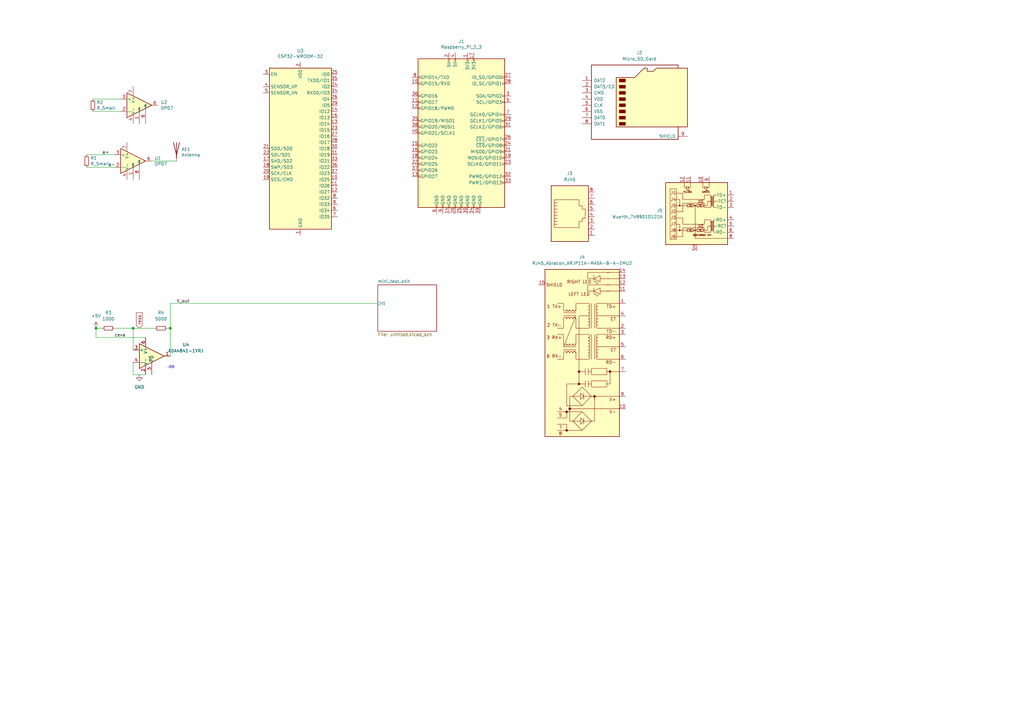
<source format=kicad_sch>
(kicad_sch (version 20211123) (generator eeschema)
  (paper "A3")
  (lib_symbols
    (symbol "Amplifier_Operational:ADA4841-1YRJ" (pin_names (offset 0.127))
      (property "Reference" "U" (at 3.81 3.81 0))
      (property "Value" "ADA4841-1YRJ" (at 8.89 -3.81 0))
      (symbol "ADA4841-1YRJ_1_1"
        (polyline (pts (xy -5.08 5.08) (xy 5.08 0) (xy -5.08 -5.08) (xy -5.08 5.08)) (stroke (width 0.254)) (fill (type background)))
        (pin output line (at 7.62 0 180) (length 2.54) (name "~") (number "1"))
        (pin power_in line (at -2.54 -7.62 90) (length 3.81) (name "V-") (number "2"))
        (pin input line (at -7.62 2.54 0) (length 2.54) (name "+") (number "3"))
        (pin input line (at -7.62 -2.54 0) (length 2.54) (name "-") (number "4"))
        (pin input line (at 0 -7.62 90) (length 5.08) (name "~{PD}") (number "5"))
        (pin power_in line (at -2.54 7.62 270) (length 3.81) (name "V+") (number "6"))
      )
    )
    (symbol "Amplifier_Operational:OP07" (pin_names (offset 0.127))
      (property "Reference" "U" (at 1.27 6.35 0))
      (property "Value" "OP07" (at 1.27 3.81 0))
      (symbol "OP07_0_1"
        (polyline (pts (xy -5.08 5.08) (xy 5.08 0) (xy -5.08 -5.08) (xy -5.08 5.08)) (stroke (width 0.254)) (fill (type background)))
      )
      (symbol "OP07_1_1"
        (pin input line (at 0 -7.62 90) (length 5.08) (name "VOS") (number "1"))
        (pin input line (at -7.62 -2.54 0) (length 2.54) (name "-") (number "2"))
        (pin input line (at -7.62 2.54 0) (length 2.54) (name "+") (number "3"))
        (pin power_in line (at -2.54 -7.62 90) (length 3.81) (name "V-") (number "4"))
        (pin no_connect line (at 0 2.54 270) (length 2.54) hide (name "NC") (number "5"))
        (pin output line (at 7.62 0 180) (length 2.54) (name "~") (number "6"))
        (pin power_in line (at -2.54 7.62 270) (length 3.81) (name "V+") (number "7"))
        (pin input line (at 2.54 -7.62 90) (length 6.35) (name "VOS") (number "8"))
      )
    )
    (symbol "Connector:Micro_SD_Card" (pin_names (offset 1.016))
      (property "Reference" "J" (at -16.51 15.24 0))
      (property "Value" "Micro_SD_Card" (at 16.51 15.24 0))
      (symbol "Micro_SD_Card_0_1"
        (rectangle (start -7.62 -9.525) (end -5.08 -10.795) (fill (type outline)))
        (rectangle (start -7.62 -6.985) (end -5.08 -8.255) (fill (type outline)))
        (rectangle (start -7.62 -4.445) (end -5.08 -5.715) (fill (type outline)))
        (rectangle (start -7.62 -1.905) (end -5.08 -3.175) (fill (type outline)))
        (rectangle (start -7.62 0.635) (end -5.08 -0.635) (fill (type outline)))
        (rectangle (start -7.62 3.175) (end -5.08 1.905) (fill (type outline)))
        (rectangle (start -7.62 5.715) (end -5.08 4.445) (fill (type outline)))
        (rectangle (start -7.62 8.255) (end -5.08 6.985) (fill (type outline)))
        (polyline (pts (xy 16.51 12.7) (xy 16.51 13.97) (xy -19.05 13.97) (xy -19.05 -16.51) (xy 16.51 -16.51) (xy 16.51 -11.43)) (stroke (width 0.254)))
        (polyline (pts (xy -8.89 -11.43) (xy -8.89 8.89) (xy -1.27 8.89) (xy 2.54 12.7) (xy 3.81 12.7) (xy 3.81 11.43) (xy 6.35 11.43) (xy 7.62 12.7) (xy 20.32 12.7) (xy 20.32 -11.43) (xy -8.89 -11.43)) (stroke (width 0.254)) (fill (type background)))
      )
      (symbol "Micro_SD_Card_1_1"
        (pin bidirectional line (at -22.86 7.62 0) (length 3.81) (name "DAT2") (number "1"))
        (pin bidirectional line (at -22.86 5.08 0) (length 3.81) (name "DAT3/CD") (number "2"))
        (pin input line (at -22.86 2.54 0) (length 3.81) (name "CMD") (number "3"))
        (pin power_in line (at -22.86 0 0) (length 3.81) (name "VDD") (number "4"))
        (pin input line (at -22.86 -2.54 0) (length 3.81) (name "CLK") (number "5"))
        (pin power_in line (at -22.86 -5.08 0) (length 3.81) (name "VSS") (number "6"))
        (pin bidirectional line (at -22.86 -7.62 0) (length 3.81) (name "DAT0") (number "7"))
        (pin bidirectional line (at -22.86 -10.16 0) (length 3.81) (name "DAT1") (number "8"))
        (pin passive line (at 20.32 -15.24 180) (length 3.81) (name "SHIELD") (number "9"))
      )
    )
    (symbol "Connector:RJ45" (pin_names (offset 1.016))
      (property "Reference" "J" (at -5.08 13.97 0))
      (property "Value" "RJ45" (at 2.54 13.97 0))
      (symbol "RJ45_0_1"
        (polyline (pts (xy -5.08 4.445) (xy -6.35 4.445)))
        (polyline (pts (xy -5.08 5.715) (xy -6.35 5.715)))
        (polyline (pts (xy -6.35 -3.175) (xy -5.08 -3.175) (xy -5.08 -3.175)))
        (polyline (pts (xy -6.35 -1.905) (xy -5.08 -1.905) (xy -5.08 -1.905)))
        (polyline (pts (xy -6.35 -0.635) (xy -5.08 -0.635) (xy -5.08 -0.635)))
        (polyline (pts (xy -6.35 0.635) (xy -5.08 0.635) (xy -5.08 0.635)))
        (polyline (pts (xy -6.35 1.905) (xy -5.08 1.905) (xy -5.08 1.905)))
        (polyline (pts (xy -5.08 3.175) (xy -6.35 3.175) (xy -6.35 3.175)))
        (polyline (pts (xy -6.35 -4.445) (xy -6.35 6.985) (xy 3.81 6.985) (xy 3.81 4.445) (xy 5.08 4.445) (xy 5.08 3.175) (xy 6.35 3.175) (xy 6.35 -0.635) (xy 5.08 -0.635) (xy 5.08 -1.905) (xy 3.81 -1.905) (xy 3.81 -4.445) (xy -6.35 -4.445) (xy -6.35 -4.445)))
        (rectangle (start 7.62 12.7) (end -7.62 -10.16) (stroke (width 0.254)) (fill (type background)))
      )
      (symbol "RJ45_1_1"
        (pin passive line (at 10.16 -7.62 180) (length 2.54) (name "~") (number "1"))
        (pin passive line (at 10.16 -5.08 180) (length 2.54) (name "~") (number "2"))
        (pin passive line (at 10.16 -2.54 180) (length 2.54) (name "~") (number "3"))
        (pin passive line (at 10.16 0 180) (length 2.54) (name "~") (number "4"))
        (pin passive line (at 10.16 2.54 180) (length 2.54) (name "~") (number "5"))
        (pin passive line (at 10.16 5.08 180) (length 2.54) (name "~") (number "6"))
        (pin passive line (at 10.16 7.62 180) (length 2.54) (name "~") (number "7"))
        (pin passive line (at 10.16 10.16 180) (length 2.54) (name "~") (number "8"))
      )
    )
    (symbol "Connector:RJ45_Abracon_ARJP11A-MASA-B-A-EMU2" (pin_names (offset 1.016) hide)
      (property "Reference" "J" (at 0 -38.1 0))
      (property "Value" "RJ45_Abracon_ARJP11A-MASA-B-A-EMU2" (at 0 -35.56 0))
      (symbol "RJ45_Abracon_ARJP11A-MASA-B-A-EMU2_0_0"
        (rectangle (start -15.24 -34.29) (end 15.24 34.29) (stroke (width 0.254)) (fill (type background)))
        (rectangle (start -3.81 8.89) (end -10.16 6.35))
        (polyline (pts (xy -15.24 -33.02) (xy -10.16 -33.02)))
        (polyline (pts (xy -15.24 -30.48) (xy -10.16 -30.48)))
        (polyline (pts (xy -15.24 -27.94) (xy -10.16 -27.94)))
        (polyline (pts (xy -15.24 -25.4) (xy -10.16 -25.4)))
        (polyline (pts (xy -15.24 -20.32) (xy -10.16 -20.32)))
        (polyline (pts (xy -15.24 -15.24) (xy -10.16 -15.24)))
        (polyline (pts (xy -15.24 -10.16) (xy -10.16 -10.16)))
        (polyline (pts (xy -15.24 -7.62) (xy -10.16 -7.62)))
        (polyline (pts (xy -15.24 -2.54) (xy -10.16 -2.54)))
        (polyline (pts (xy -15.24 2.54) (xy -10.16 2.54)))
        (polyline (pts (xy -15.24 22.86) (xy 5.08 22.86)))
        (polyline (pts (xy -11.43 7.62) (xy -15.24 7.62)))
        (polyline (pts (xy -11.176 -25.4) (xy -7.366 -25.4)))
        (polyline (pts (xy -10.16 7.62) (xy -11.43 7.62)))
        (polyline (pts (xy -5.08 17.78) (xy -15.24 17.78)))
        (polyline (pts (xy -5.08 17.78) (xy -3.81 17.78)))
        (polyline (pts (xy -5.08 19.05) (xy -5.08 17.78)))
        (polyline (pts (xy -3.81 7.62) (xy -2.54 7.62)))
        (polyline (pts (xy -3.81 12.7) (xy -2.54 12.7)))
        (polyline (pts (xy -2.54 8.89) (xy -2.54 6.35)))
        (polyline (pts (xy -1.27 8.89) (xy -1.27 6.35)))
        (polyline (pts (xy -1.27 13.97) (xy -1.27 11.43)))
        (polyline (pts (xy 0 21.59) (xy 6.35 21.59)))
        (polyline (pts (xy 0 24.13) (xy 10.16 24.13)))
        (polyline (pts (xy 0 31.75) (xy 10.16 31.75)))
        (polyline (pts (xy 1.27 10.16) (xy 1.27 12.7)))
        (polyline (pts (xy -10.16 12.7) (xy -11.43 12.7) (xy -11.43 7.62)))
        (polyline (pts (xy -3.81 27.94) (xy -5.08 27.94) (xy -5.08 17.78)))
        (polyline (pts (xy -1.27 12.7) (xy 0 12.7) (xy 1.27 12.7)))
        (polyline (pts (xy 1.27 12.7) (xy 6.35 12.7) (xy 6.35 21.59)))
        (polyline (pts (xy 6.35 24.13) (xy 6.35 26.67) (xy 10.16 26.67)))
        (polyline (pts (xy 6.35 31.75) (xy 6.35 29.21) (xy 10.16 29.21)))
        (polyline (pts (xy -4.826 -25.4) (xy -2.286 -25.4) (xy -2.286 -27.94) (xy -11.176 -27.94)))
        (polyline (pts (xy -2.54 -15.24) (xy -1.27 -15.24) (xy 1.27 -15.24) (xy 1.27 10.16)))
        (polyline (pts (xy 3.81 17.78) (xy 5.08 17.78) (xy 5.08 27.94) (xy 3.81 27.94)))
        (polyline (pts (xy -3.81 17.78) (xy 0 13.97) (xy 3.81 17.78) (xy 0 21.59) (xy -3.81 17.78)))
        (circle (center 1.27 7.62) (radius 0.0001) (stroke (width 0.508)))
        (text "1 TX+" (at 11.43 -19.05 0) (effects (font (size 1.27 1.27))))
        (text "2 TX-" (at 11.43 -11.43 0) (effects (font (size 1.27 1.27))))
        (text "3 RX+" (at 11.43 -6.35 0) (effects (font (size 1.27 1.27))))
        (text "4" (at 8.89 22.86 0) (effects (font (size 1.27 1.27))))
        (text "5" (at 8.89 25.4 0) (effects (font (size 1.27 1.27))))
        (text "6 RX-" (at 11.43 1.27 0) (effects (font (size 1.27 1.27))))
        (text "7" (at 8.89 30.48 0) (effects (font (size 1.27 1.27))))
        (text "8" (at 8.89 33.02 0) (effects (font (size 1.27 1.27))))
        (text "CT" (at -13.97 -1.27 0) (effects (font (size 1.27 1.27)) (justify left)))
        (text "LEFT LED" (at 1.27 -24.13 0) (effects (font (size 1.27 1.27))))
        (text "RD-" (at -13.97 3.81 0) (effects (font (size 1.27 1.27)) (justify left)))
        (text "SHIELD" (at 11.43 -27.94 0) (effects (font (size 1.27 1.27))))
        (text "V+" (at -13.97 19.05 0) (effects (font (size 1.27 1.27)) (justify left)))
        (text "V-" (at -13.97 24.13 0) (effects (font (size 1.27 1.27)) (justify left)))
      )
      (symbol "RJ45_Abracon_ARJP11A-MASA-B-A-EMU2_0_1"
        (arc (start -6.35 -16.51) (mid -5.715 -15.875) (end -6.35 -15.24))
        (arc (start -6.35 -15.24) (mid -5.715 -14.605) (end -6.35 -13.97))
        (arc (start -6.35 -13.97) (mid -6.35 -16.51) (end -6.35 -13.97))
        (arc (start -6.35 -11.43) (mid -5.715 -10.795) (end -6.35 -10.16))
        (polyline (pts (xy -6.35 -20.32) (xy -10.16 -20.32)))
        (polyline (pts (xy -6.35 -15.24) (xy -10.16 -15.24)))
        (polyline (pts (xy -6.35 -10.16) (xy -10.16 -10.16)))
        (polyline (pts (xy -6.35 -7.62) (xy -10.16 -7.62)))
        (polyline (pts (xy -6.35 -2.54) (xy -10.16 -2.54)))
        (polyline (pts (xy -6.35 2.54) (xy -10.16 2.54)))
        (polyline (pts (xy -6.096 -28.448) (xy -6.35 -28.448)))
        (polyline (pts (xy -5.334 -28.956) (xy -5.588 -28.956)))
        (polyline (pts (xy -4.826 -24.13) (xy -4.826 -26.67)))
        (polyline (pts (xy -1.27 7.62) (xy 1.27 7.62)))
        (polyline (pts (xy -0.635 17.78) (xy -3.81 17.78)))
        (polyline (pts (xy -0.635 19.05) (xy -0.635 16.51)))
        (polyline (pts (xy 0.635 17.78) (xy 3.81 17.78)))
        (polyline (pts (xy -6.604 -28.956) (xy -6.096 -28.448) (xy -6.096 -28.702)))
        (polyline (pts (xy -5.842 -29.464) (xy -5.334 -28.956) (xy -5.334 -29.21)))
        (polyline (pts (xy -7.366 -24.13) (xy -7.366 -26.67) (xy -4.826 -25.4) (xy -7.366 -24.13)))
        (polyline (pts (xy 0.635 19.05) (xy 0.635 16.51) (xy -0.635 17.78) (xy 0.635 19.05)))
      )
      (symbol "RJ45_Abracon_ARJP11A-MASA-B-A-EMU2_1_1"
        (circle (center -11.43 7.62) (radius 0.0001) (stroke (width 0.508)))
        (arc (start -6.35 -20.32) (mid -5.715 -19.685) (end -6.35 -19.05))
        (arc (start -6.35 -19.05) (mid -5.715 -18.415) (end -6.35 -17.78))
        (arc (start -6.35 -17.78) (mid -6.35 -20.32) (end -6.35 -17.78))
        (arc (start -6.35 -17.78) (mid -5.715 -17.145) (end -6.35 -16.51))
        (arc (start -6.35 -13.97) (mid -5.715 -13.335) (end -6.35 -12.7))
        (arc (start -6.35 -12.7) (mid -5.715 -12.065) (end -6.35 -11.43))
        (arc (start -6.35 -7.62) (mid -5.715 -6.985) (end -6.35 -6.35))
        (arc (start -6.35 -6.35) (mid -5.715 -5.715) (end -6.35 -5.08))
        (arc (start -6.35 -5.08) (mid -6.35 -7.62) (end -6.35 -5.08))
        (arc (start -6.35 -5.08) (mid -5.715 -4.445) (end -6.35 -3.81))
        (arc (start -6.35 -3.81) (mid -6.35 -6.35) (end -6.35 -3.81))
        (arc (start -6.35 -3.81) (mid -5.715 -3.175) (end -6.35 -2.54))
        (arc (start -6.35 -2.54) (mid -5.715 -1.905) (end -6.35 -1.27))
        (arc (start -6.35 -1.27) (mid -5.715 -0.635) (end -6.35 0))
        (arc (start -6.35 0) (mid -5.715 0.635) (end -6.35 1.27))
        (arc (start -6.35 1.27) (mid -6.35 -1.27) (end -6.35 1.27))
        (arc (start -6.35 1.27) (mid -5.715 1.905) (end -6.35 2.54))
        (circle (center -5.08 17.78) (radius 0.0001) (stroke (width 0.508)))
        (rectangle (start -3.81 13.97) (end -10.16 11.43))
        (arc (start -2.54 -19.05) (mid -3.175 -19.685) (end -2.54 -20.32))
        (arc (start -2.54 -19.05) (mid -2.54 -16.51) (end -2.54 -19.05))
        (arc (start -2.54 -17.78) (mid -3.175 -18.415) (end -2.54 -19.05))
        (arc (start -2.54 -16.51) (mid -3.175 -17.145) (end -2.54 -17.78))
        (arc (start -2.54 -15.24) (mid -3.175 -15.875) (end -2.54 -16.51))
        (arc (start -2.54 -15.24) (mid -2.54 -12.7) (end -2.54 -15.24))
        (arc (start -2.54 -13.97) (mid -3.175 -14.605) (end -2.54 -15.24))
        (arc (start -2.54 -12.7) (mid -3.175 -13.335) (end -2.54 -13.97))
        (arc (start -2.54 -11.43) (mid -3.175 -12.065) (end -2.54 -12.7))
        (arc (start -2.54 -10.16) (mid -3.175 -10.795) (end -2.54 -11.43))
        (arc (start -2.54 -6.35) (mid -3.175 -6.985) (end -2.54 -7.62))
        (arc (start -2.54 -6.35) (mid -2.54 -3.81) (end -2.54 -6.35))
        (arc (start -2.54 -5.08) (mid -3.175 -5.715) (end -2.54 -6.35))
        (arc (start -2.54 -3.81) (mid -3.175 -4.445) (end -2.54 -5.08))
        (arc (start -2.54 -3.81) (mid -2.54 -1.27) (end -2.54 -3.81))
        (arc (start -2.54 -2.54) (mid -3.175 -3.175) (end -2.54 -3.81))
        (arc (start -2.54 -1.27) (mid -3.175 -1.905) (end -2.54 -2.54))
        (arc (start -2.54 0) (mid -3.175 -0.635) (end -2.54 -1.27))
        (arc (start -2.54 0) (mid -2.54 2.54) (end -2.54 0))
        (arc (start -2.54 1.27) (mid -3.175 0.635) (end -2.54 0))
        (arc (start -2.54 2.54) (mid -3.175 1.905) (end -2.54 1.27))
        (polyline (pts (xy -11.176 -30.48) (xy -7.366 -30.48)))
        (polyline (pts (xy -6.096 -23.368) (xy -6.35 -23.368)))
        (polyline (pts (xy -5.334 -23.876) (xy -5.588 -23.876)))
        (polyline (pts (xy -5.08 -10.16) (xy -5.08 -20.32)))
        (polyline (pts (xy -5.08 2.54) (xy -5.08 -7.62)))
        (polyline (pts (xy -4.826 -29.21) (xy -4.826 -31.75)))
        (polyline (pts (xy -3.81 -20.32) (xy -3.81 -10.16)))
        (polyline (pts (xy -3.81 -7.62) (xy -3.81 2.54)))
        (polyline (pts (xy -2.54 13.97) (xy -2.54 11.43)))
        (polyline (pts (xy -0.635 27.94) (xy -3.81 27.94)))
        (polyline (pts (xy -0.635 29.21) (xy -0.635 26.67)))
        (polyline (pts (xy 0.635 27.94) (xy 3.81 27.94)))
        (polyline (pts (xy 2.54 -16.51) (xy 7.62 -16.51)))
        (polyline (pts (xy 2.54 -15.24) (xy 7.62 -2.54)))
        (polyline (pts (xy 2.54 -2.54) (xy 7.62 -2.54)))
        (polyline (pts (xy 7.62 -15.24) (xy 2.54 -15.24)))
        (polyline (pts (xy 7.62 -1.27) (xy 2.54 -1.27)))
        (polyline (pts (xy -6.604 -23.876) (xy -6.096 -23.368) (xy -6.096 -23.622)))
        (polyline (pts (xy -5.842 -24.384) (xy -5.334 -23.876) (xy -5.334 -24.13)))
        (polyline (pts (xy -2.54 -10.16) (xy 2.54 -10.16) (xy 2.54 -13.97)))
        (polyline (pts (xy -2.54 -7.62) (xy 2.54 -7.62) (xy 2.54 -3.81)))
        (polyline (pts (xy -2.54 2.54) (xy 2.54 2.54) (xy 2.54 0)))
        (polyline (pts (xy 2.54 -17.78) (xy 2.54 -20.32) (xy -2.54 -20.32)))
        (polyline (pts (xy 7.62 -17.78) (xy 7.62 -20.32) (xy 10.16 -20.32)))
        (polyline (pts (xy 7.62 -13.97) (xy 7.62 -10.16) (xy 10.16 -10.16)))
        (polyline (pts (xy 7.62 -3.81) (xy 7.62 -7.62) (xy 10.16 -7.62)))
        (polyline (pts (xy 7.62 0) (xy 7.62 2.54) (xy 10.16 2.54)))
        (polyline (pts (xy -7.366 -29.21) (xy -7.366 -31.75) (xy -4.826 -30.48) (xy -7.366 -29.21)))
        (polyline (pts (xy -4.826 -30.48) (xy -2.286 -30.48) (xy -2.286 -33.02) (xy -11.176 -33.02)))
        (polyline (pts (xy 0.635 29.21) (xy 0.635 26.67) (xy -0.635 27.94) (xy 0.635 29.21)))
        (polyline (pts (xy -3.81 27.94) (xy 0 24.13) (xy 3.81 27.94) (xy 0 31.75) (xy -3.81 27.94)))
        (circle (center 1.27 12.7) (radius 0.0001) (stroke (width 0.508)))
        (arc (start 2.54 -17.78) (mid 5.08 -17.78) (end 2.54 -17.78))
        (arc (start 2.54 -13.97) (mid 3.175 -14.605) (end 3.81 -13.97))
        (arc (start 2.54 -13.97) (mid 3.175 -14.605) (end 3.81 -13.97))
        (arc (start 2.54 -3.81) (mid 5.08 -3.81) (end 2.54 -3.81))
        (arc (start 2.54 0) (mid 3.175 -0.635) (end 3.81 0))
        (arc (start 2.54 0) (mid 3.175 -0.635) (end 3.81 0))
        (arc (start 3.81 -17.78) (mid 3.175 -17.145) (end 2.54 -17.78))
        (arc (start 3.81 -17.78) (mid 3.175 -17.145) (end 2.54 -17.78))
        (arc (start 3.81 -13.97) (mid 1.27 -13.97) (end 3.81 -13.97))
        (arc (start 3.81 -13.97) (mid 4.445 -14.605) (end 5.08 -13.97))
        (arc (start 3.81 -3.81) (mid 3.175 -3.175) (end 2.54 -3.81))
        (arc (start 3.81 -3.81) (mid 3.175 -3.175) (end 2.54 -3.81))
        (arc (start 3.81 0) (mid 1.27 0) (end 3.81 0))
        (arc (start 3.81 0) (mid 4.445 -0.635) (end 5.08 0))
        (arc (start 5.08 -17.78) (mid 4.445 -17.145) (end 3.81 -17.78))
        (arc (start 5.08 -17.78) (mid 7.62 -17.78) (end 5.08 -17.78))
        (arc (start 5.08 -13.97) (mid 5.715 -14.605) (end 6.35 -13.97))
        (arc (start 5.08 -13.97) (mid 5.715 -14.605) (end 6.35 -13.97))
        (arc (start 5.08 -3.81) (mid 4.445 -3.175) (end 3.81 -3.81))
        (arc (start 5.08 -3.81) (mid 7.62 -3.81) (end 5.08 -3.81))
        (arc (start 5.08 0) (mid 5.715 -0.635) (end 6.35 0))
        (arc (start 5.08 0) (mid 5.715 -0.635) (end 6.35 0))
        (circle (center 5.08 22.86) (radius 0.0001) (stroke (width 0.508)))
        (circle (center 5.08 22.86) (radius 0.0001) (stroke (width 0.508)))
        (arc (start 6.35 -17.78) (mid 5.715 -17.145) (end 5.08 -17.78))
        (arc (start 6.35 -17.78) (mid 5.715 -17.145) (end 5.08 -17.78))
        (arc (start 6.35 -13.97) (mid 3.81 -13.97) (end 6.35 -13.97))
        (arc (start 6.35 -13.97) (mid 6.985 -14.605) (end 7.62 -13.97))
        (arc (start 6.35 -3.81) (mid 5.715 -3.175) (end 5.08 -3.81))
        (arc (start 6.35 -3.81) (mid 5.715 -3.175) (end 5.08 -3.81))
        (arc (start 6.35 0) (mid 3.81 0) (end 6.35 0))
        (arc (start 6.35 0) (mid 6.985 -0.635) (end 7.62 0))
        (circle (center 6.35 24.13) (radius 0.0001) (stroke (width 0.508)))
        (circle (center 6.35 31.75) (radius 0.0001) (stroke (width 0.508)))
        (arc (start 7.62 -17.78) (mid 6.985 -17.145) (end 6.35 -17.78))
        (arc (start 7.62 -3.81) (mid 6.985 -3.175) (end 6.35 -3.81))
        (text "CT" (at -13.97 -13.97 0) (effects (font (size 1.27 1.27)) (justify left)))
        (text "RD+" (at -13.97 -6.35 0) (effects (font (size 1.27 1.27)) (justify left)))
        (text "RIGHT LED" (at 1.27 -29.21 0) (effects (font (size 1.27 1.27))))
        (text "TD+" (at -13.97 -19.05 0) (effects (font (size 1.27 1.27)) (justify left)))
        (text "TD-" (at -13.97 -8.89 0) (effects (font (size 1.27 1.27)) (justify left)))
        (pin passive line (at -17.78 -20.32 0) (length 2.54) (name "TD+") (number "1"))
        (pin power_out line (at -17.78 22.86 0) (length 2.54) (name "V-") (number "10"))
        (pin passive line (at -17.78 -25.4 0) (length 2.54) (name "LLED+") (number "11"))
        (pin passive line (at -17.78 -27.94 0) (length 2.54) (name "LLED-") (number "12"))
        (pin passive line (at -17.78 -30.48 0) (length 2.54) (name "RLED+") (number "13"))
        (pin passive line (at -17.78 -33.02 0) (length 2.54) (name "RLED-") (number "14"))
        (pin passive line (at 17.78 -27.94 180) (length 2.54) (name "SHIELD") (number "15"))
        (pin passive line (at -17.78 -10.16 0) (length 2.54) (name "TD-") (number "2"))
        (pin passive line (at -17.78 -7.62 0) (length 2.54) (name "RD+") (number "3"))
        (pin passive line (at -17.78 -15.24 0) (length 2.54) (name "CT") (number "4"))
        (pin passive line (at -17.78 -2.54 0) (length 2.54) (name "CT") (number "5"))
        (pin passive line (at -17.78 2.54 0) (length 2.54) (name "RD-") (number "6"))
        (pin passive line (at -17.78 7.62 0) (length 2.54) (name "7") (number "7"))
        (pin power_out line (at -17.78 17.78 0) (length 2.54) (name "V+") (number "9"))
      )
    )
    (symbol "Connector:Raspberry_Pi_2_3" (pin_names (offset 1.016))
      (property "Reference" "J" (at -17.78 31.75 0))
      (property "Value" "Raspberry_Pi_2_3" (at 10.16 -31.75 0))
      (symbol "Raspberry_Pi_2_3_0_1"
        (rectangle (start -17.78 30.48) (end 17.78 -30.48) (stroke (width 0.254)) (fill (type background)))
      )
      (symbol "Raspberry_Pi_2_3_1_1"
        (rectangle (start -16.891 -17.526) (end -17.78 -18.034))
        (rectangle (start -16.891 -14.986) (end -17.78 -15.494))
        (rectangle (start -16.891 -12.446) (end -17.78 -12.954))
        (rectangle (start -16.891 -9.906) (end -17.78 -10.414))
        (rectangle (start -16.891 -7.366) (end -17.78 -7.874))
        (rectangle (start -16.891 -4.826) (end -17.78 -5.334))
        (rectangle (start -16.891 0.254) (end -17.78 -0.254))
        (rectangle (start -16.891 2.794) (end -17.78 2.286))
        (rectangle (start -16.891 5.334) (end -17.78 4.826))
        (rectangle (start -16.891 10.414) (end -17.78 9.906))
        (rectangle (start -16.891 12.954) (end -17.78 12.446))
        (rectangle (start -16.891 15.494) (end -17.78 14.986))
        (rectangle (start -16.891 20.574) (end -17.78 20.066))
        (rectangle (start -16.891 23.114) (end -17.78 22.606))
        (rectangle (start -10.414 -29.591) (end -9.906 -30.48))
        (rectangle (start -7.874 -29.591) (end -7.366 -30.48))
        (rectangle (start -5.334 -29.591) (end -4.826 -30.48))
        (rectangle (start -5.334 30.48) (end -4.826 29.591))
        (rectangle (start -2.794 -29.591) (end -2.286 -30.48))
        (rectangle (start -2.794 30.48) (end -2.286 29.591))
        (rectangle (start -0.254 -29.591) (end 0.254 -30.48))
        (rectangle (start 2.286 -29.591) (end 2.794 -30.48))
        (rectangle (start 2.286 30.48) (end 2.794 29.591))
        (rectangle (start 4.826 -29.591) (end 5.334 -30.48))
        (rectangle (start 4.826 30.48) (end 5.334 29.591))
        (rectangle (start 7.366 -29.591) (end 7.874 -30.48))
        (rectangle (start 17.78 -20.066) (end 16.891 -20.574))
        (rectangle (start 17.78 -17.526) (end 16.891 -18.034))
        (rectangle (start 17.78 -12.446) (end 16.891 -12.954))
        (rectangle (start 17.78 -9.906) (end 16.891 -10.414))
        (rectangle (start 17.78 -7.366) (end 16.891 -7.874))
        (rectangle (start 17.78 -4.826) (end 16.891 -5.334))
        (rectangle (start 17.78 -2.286) (end 16.891 -2.794))
        (rectangle (start 17.78 2.794) (end 16.891 2.286))
        (rectangle (start 17.78 5.334) (end 16.891 4.826))
        (rectangle (start 17.78 7.874) (end 16.891 7.366))
        (rectangle (start 17.78 12.954) (end 16.891 12.446))
        (rectangle (start 17.78 15.494) (end 16.891 14.986))
        (rectangle (start 17.78 20.574) (end 16.891 20.066))
        (rectangle (start 17.78 23.114) (end 16.891 22.606))
        (pin power_in line (at 2.54 33.02 270) (length 2.54) (name "3V3") (number "1"))
        (pin bidirectional line (at -20.32 20.32 0) (length 2.54) (name "GPIO15/RXD") (number "10"))
        (pin bidirectional line (at -20.32 12.7 0) (length 2.54) (name "GPIO17") (number "11"))
        (pin bidirectional line (at -20.32 10.16 0) (length 2.54) (name "GPIO18/PWM0") (number "12"))
        (pin bidirectional line (at -20.32 -17.78 0) (length 2.54) (name "GPIO27") (number "13"))
        (pin power_in line (at -5.08 -33.02 90) (length 2.54) (name "GND") (number "14"))
        (pin bidirectional line (at -20.32 -5.08 0) (length 2.54) (name "GPIO22") (number "15"))
        (pin bidirectional line (at -20.32 -7.62 0) (length 2.54) (name "GPIO23") (number "16"))
        (pin power_in line (at 5.08 33.02 270) (length 2.54) (name "3V3") (number "17"))
        (pin bidirectional line (at -20.32 -10.16 0) (length 2.54) (name "GPIO24") (number "18"))
        (pin bidirectional line (at 20.32 -10.16 180) (length 2.54) (name "MOSI0/GPIO10") (number "19"))
        (pin power_in line (at -5.08 33.02 270) (length 2.54) (name "5V") (number "2"))
        (pin power_in line (at -2.54 -33.02 90) (length 2.54) (name "GND") (number "20"))
        (pin bidirectional line (at 20.32 -7.62 180) (length 2.54) (name "MISO0/GPIO9") (number "21"))
        (pin bidirectional line (at -20.32 -12.7 0) (length 2.54) (name "GPIO25") (number "22"))
        (pin bidirectional line (at 20.32 -12.7 180) (length 2.54) (name "SCLK0/GPIO11") (number "23"))
        (pin bidirectional line (at 20.32 -5.08 180) (length 2.54) (name "~{CE0}/GPIO8") (number "24"))
        (pin power_in line (at 0 -33.02 90) (length 2.54) (name "GND") (number "25"))
        (pin bidirectional line (at 20.32 -2.54 180) (length 2.54) (name "~{CE1}/GPIO7") (number "26"))
        (pin bidirectional line (at 20.32 22.86 180) (length 2.54) (name "ID_SD/GPIO0") (number "27"))
        (pin bidirectional line (at 20.32 20.32 180) (length 2.54) (name "ID_SC/GPIO1") (number "28"))
        (pin bidirectional line (at 20.32 5.08 180) (length 2.54) (name "GCLK1/GPIO5") (number "29"))
        (pin bidirectional line (at 20.32 15.24 180) (length 2.54) (name "SDA/GPIO2") (number "3"))
        (pin power_in line (at 2.54 -33.02 90) (length 2.54) (name "GND") (number "30"))
        (pin bidirectional line (at 20.32 2.54 180) (length 2.54) (name "GCLK2/GPIO6") (number "31"))
        (pin bidirectional line (at 20.32 -17.78 180) (length 2.54) (name "PWM0/GPIO12") (number "32"))
        (pin bidirectional line (at 20.32 -20.32 180) (length 2.54) (name "PWM1/GPIO13") (number "33"))
        (pin power_in line (at 5.08 -33.02 90) (length 2.54) (name "GND") (number "34"))
        (pin bidirectional line (at -20.32 5.08 0) (length 2.54) (name "GPIO19/MISO1") (number "35"))
        (pin bidirectional line (at -20.32 15.24 0) (length 2.54) (name "GPIO16") (number "36"))
        (pin bidirectional line (at -20.32 -15.24 0) (length 2.54) (name "GPIO26") (number "37"))
        (pin bidirectional line (at -20.32 2.54 0) (length 2.54) (name "GPIO20/MOSI1") (number "38"))
        (pin power_in line (at 7.62 -33.02 90) (length 2.54) (name "GND") (number "39"))
        (pin power_in line (at -2.54 33.02 270) (length 2.54) (name "5V") (number "4"))
        (pin bidirectional line (at -20.32 0 0) (length 2.54) (name "GPIO21/SCLK1") (number "40"))
        (pin bidirectional line (at 20.32 12.7 180) (length 2.54) (name "SCL/GPIO3") (number "5"))
        (pin power_in line (at -10.16 -33.02 90) (length 2.54) (name "GND") (number "6"))
        (pin bidirectional line (at 20.32 7.62 180) (length 2.54) (name "GCLK0/GPIO4") (number "7"))
        (pin bidirectional line (at -20.32 22.86 0) (length 2.54) (name "GPIO14/TXD") (number "8"))
        (pin power_in line (at -7.62 -33.02 90) (length 2.54) (name "GND") (number "9"))
      )
    )
    (symbol "Connector:Wuerth_7499010121A"
      (property "Reference" "J" (at 12.7 13.97 0))
      (property "Value" "Wuerth_7499010121A" (at 0 -16.51 0))
      (symbol "Wuerth_7499010121A_0_0"
        (rectangle (start -12.7 12.7) (end 12.7 -12.7) (stroke (width 0.254)) (fill (type background)))
        (polyline (pts (xy -3.937 -6.858) (xy -8.255 -6.858)))
        (polyline (pts (xy -3.937 3.302) (xy -8.255 3.302)))
        (polyline (pts (xy -0.635 -10.16) (xy 12.7 -10.16)))
        (polyline (pts (xy 8.255 -5.08) (xy 6.985 -5.08)))
        (polyline (pts (xy 8.89 5.08) (xy 6.985 5.08)))
        (polyline (pts (xy 0.635 -4.318) (xy -5.715 -4.318) (xy -5.715 -1.778) (xy -8.255 -1.778)))
        (polyline (pts (xy 0.635 5.842) (xy -5.715 5.842) (xy -5.715 8.382) (xy -8.255 8.382)))
        (polyline (pts (xy 2.667 -6.858) (xy 4.445 -6.858) (xy 4.445 -5.08) (xy 5.715 -5.08)))
        (polyline (pts (xy 2.667 3.302) (xy 4.445 3.302) (xy 4.445 5.08) (xy 5.715 5.08)))
        (text "1000pF 2kV" (at 3.175 -8.763 0) (effects (font (size 0.635 0.635))))
        (text "75" (at -2.667 -6.858 0) (effects (font (size 0.635 0.635))))
        (text "75" (at -2.667 3.302 0) (effects (font (size 0.635 0.635))))
        (text "75" (at 1.397 -6.858 0) (effects (font (size 0.635 0.635))))
        (text "75" (at 1.397 3.302 0) (effects (font (size 0.635 0.635))))
        (text "GREEN" (at 3.81 8.89 0) (effects (font (size 0.635 0.635))))
        (text "J1" (at -10.795 8.509 0) (effects (font (size 1.27 1.27)) (justify left)))
        (text "J2" (at -10.795 0.889 0) (effects (font (size 1.27 1.27)) (justify left)))
        (text "J3" (at -10.795 -1.651 0) (effects (font (size 1.27 1.27)) (justify left)))
        (text "J4" (at -10.795 5.842 0) (effects (font (size 1.27 1.27)) (justify left)))
        (text "J5" (at -10.795 3.302 0) (effects (font (size 1.27 1.27)) (justify left)))
        (text "J6" (at -10.795 -9.398 0) (effects (font (size 1.27 1.27)) (justify left)))
        (text "J7" (at -10.795 -4.318 0) (effects (font (size 1.27 1.27)) (justify left)))
        (text "J8" (at -10.795 -6.858 0) (effects (font (size 1.27 1.27)) (justify left)))
        (text "YELLOW" (at -3.81 8.89 0) (effects (font (size 0.635 0.635))))
      )
      (symbol "Wuerth_7499010121A_0_1"
        (rectangle (start -8.382 -10.541) (end -10.922 10.16))
        (circle (center -6.985 -6.858) (radius 0.254) (fill (type outline)))
        (circle (center -6.985 3.302) (radius 0.254) (fill (type outline)))
        (rectangle (start -3.937 -7.366) (end -1.397 -6.35) (stroke (width 0.2032)))
        (rectangle (start -3.937 2.794) (end -1.397 3.81) (stroke (width 0.2032)))
        (circle (center -0.635 -6.858) (radius 0.254) (fill (type outline)))
        (circle (center -0.635 3.302) (radius 0.254) (fill (type outline)))
        (polyline (pts (xy -5.715 -9.398) (xy -8.255 -9.398)))
        (polyline (pts (xy -5.715 0.762) (xy -8.255 0.762)))
        (polyline (pts (xy -3.556 9.398) (xy -4.064 9.906)))
        (polyline (pts (xy -3.302 11.176) (xy -3.302 10.16)))
        (polyline (pts (xy -3.048 9.398) (xy -3.556 9.906)))
        (polyline (pts (xy -1.397 -9.017) (xy 0.127 -9.017)) (stroke (width 0.3302)))
        (polyline (pts (xy -1.397 -8.509) (xy 0.127 -8.509)) (stroke (width 0.3048)))
        (polyline (pts (xy -0.635 3.302) (xy -1.397 3.302)))
        (polyline (pts (xy 0.127 -6.858) (xy -1.397 -6.858)))
        (polyline (pts (xy 0.635 -5.334) (xy 2.667 -5.334)))
        (polyline (pts (xy 0.635 4.826) (xy 2.667 4.826)))
        (polyline (pts (xy 2.667 -4.826) (xy 0.635 -4.826)))
        (polyline (pts (xy 2.667 5.334) (xy 0.635 5.334)))
        (polyline (pts (xy 4.064 9.398) (xy 3.556 9.906)))
        (polyline (pts (xy 4.318 11.176) (xy 4.318 10.16)))
        (polyline (pts (xy 4.572 9.398) (xy 4.064 9.906)))
        (polyline (pts (xy 6.223 -3.048) (xy 6.223 -7.112)))
        (polyline (pts (xy 6.223 7.112) (xy 6.223 3.048)))
        (polyline (pts (xy 6.477 -7.112) (xy 6.477 -3.048)))
        (polyline (pts (xy 6.477 3.048) (xy 6.477 7.112)))
        (polyline (pts (xy -6.985 -6.858) (xy -6.985 -4.318) (xy -8.255 -4.318)))
        (polyline (pts (xy -6.985 3.302) (xy -6.985 5.842) (xy -8.255 5.842)))
        (polyline (pts (xy -5.08 12.7) (xy -5.08 10.668) (xy -4.318 10.668)))
        (polyline (pts (xy -3.556 9.652) (xy -3.556 9.398) (xy -3.81 9.398)))
        (polyline (pts (xy -3.048 9.652) (xy -3.048 9.398) (xy -3.302 9.398)))
        (polyline (pts (xy -2.54 12.7) (xy -2.54 10.668) (xy -3.302 10.668)))
        (polyline (pts (xy -0.635 -10.16) (xy -0.635 3.302) (xy 0 3.302)))
        (polyline (pts (xy 0.635 -5.842) (xy -5.715 -5.842) (xy -5.715 -9.398)))
        (polyline (pts (xy 0.635 4.318) (xy -5.715 4.318) (xy -5.715 0.762)))
        (polyline (pts (xy 2.54 12.7) (xy 2.54 10.668) (xy 3.302 10.668)))
        (polyline (pts (xy 4.064 9.652) (xy 4.064 9.398) (xy 3.81 9.398)))
        (polyline (pts (xy 4.572 9.652) (xy 4.572 9.398) (xy 4.318 9.398)))
        (polyline (pts (xy 5.08 12.7) (xy 5.08 10.668) (xy 4.318 10.668)))
        (polyline (pts (xy 6.985 -7.112) (xy 6.985 -7.62) (xy 7.62 -7.62)))
        (polyline (pts (xy 6.985 -3.048) (xy 6.985 -2.54) (xy 7.62 -2.54)))
        (polyline (pts (xy 6.985 3.048) (xy 6.985 2.54) (xy 8.255 2.54)))
        (polyline (pts (xy 6.985 7.112) (xy 6.985 7.62) (xy 8.255 7.62)))
        (polyline (pts (xy -3.302 10.668) (xy -4.318 11.176) (xy -4.318 10.16) (xy -3.302 10.668)))
        (polyline (pts (xy 4.318 10.668) (xy 3.302 11.176) (xy 3.302 10.16) (xy 4.318 10.668)))
        (polyline (pts (xy 2.667 -4.318) (xy 3.175 -4.318) (xy 3.175 -2.54) (xy 5.715 -2.54) (xy 5.715 -3.048)))
        (polyline (pts (xy 2.667 5.842) (xy 3.175 5.842) (xy 3.175 7.62) (xy 5.715 7.62) (xy 5.715 7.112)))
        (polyline (pts (xy 5.715 -7.112) (xy 5.715 -7.62) (xy 3.175 -7.62) (xy 3.175 -5.842) (xy 2.667 -5.842)))
        (polyline (pts (xy 5.715 3.048) (xy 5.715 2.54) (xy 3.175 2.54) (xy 3.175 4.318) (xy 2.667 4.318)))
        (rectangle (start 0.127 -7.366) (end 2.667 -6.35) (stroke (width 0.2032)))
        (rectangle (start 0.127 2.794) (end 2.667 3.81) (stroke (width 0.2032)))
        (arc (start 0.635 -4.318) (mid 0.889 -4.572) (end 1.143 -4.318))
        (arc (start 0.635 5.842) (mid 0.889 5.588) (end 1.143 5.842))
        (arc (start 1.143 -5.842) (mid 0.889 -5.588) (end 0.635 -5.842))
        (arc (start 1.143 -4.318) (mid 1.397 -4.572) (end 1.651 -4.318))
        (arc (start 1.143 4.318) (mid 0.889 4.572) (end 0.635 4.318))
        (arc (start 1.143 5.842) (mid 1.397 5.588) (end 1.651 5.842))
        (arc (start 1.651 -5.842) (mid 1.397 -5.588) (end 1.143 -5.842))
        (arc (start 1.651 -4.318) (mid 1.905 -4.572) (end 2.159 -4.318))
        (arc (start 1.651 4.318) (mid 1.397 4.572) (end 1.143 4.318))
        (arc (start 1.651 5.842) (mid 1.905 5.588) (end 2.159 5.842))
        (arc (start 2.159 -5.842) (mid 1.905 -5.588) (end 1.651 -5.842))
        (arc (start 2.159 -4.318) (mid 2.413 -4.572) (end 2.667 -4.318))
        (arc (start 2.159 4.318) (mid 1.905 4.572) (end 1.651 4.318))
        (arc (start 2.159 5.842) (mid 2.413 5.588) (end 2.667 5.842))
        (circle (center 2.413 -5.8674) (radius 0.0762) (stroke (width 0.0254)) (fill (type outline)))
        (circle (center 2.413 -4.2926) (radius 0.0762) (stroke (width 0.0254)) (fill (type outline)))
        (circle (center 2.413 4.2926) (radius 0.0762) (stroke (width 0.0254)) (fill (type outline)))
        (circle (center 2.413 5.8674) (radius 0.0762) (stroke (width 0.0254)) (fill (type outline)))
        (arc (start 2.667 -5.842) (mid 2.413 -5.588) (end 2.159 -5.842))
        (arc (start 2.667 4.318) (mid 2.413 4.572) (end 2.159 4.318))
        (circle (center 5.6896 -5.334) (radius 0.0762) (stroke (width 0.0254)) (fill (type outline)))
        (circle (center 5.6896 -3.302) (radius 0.0762) (stroke (width 0.0254)) (fill (type outline)))
        (circle (center 5.6896 4.826) (radius 0.0762) (stroke (width 0.0254)) (fill (type outline)))
        (circle (center 5.6896 6.858) (radius 0.0762) (stroke (width 0.0254)) (fill (type outline)))
        (arc (start 5.715 -7.112) (mid 5.969 -6.858) (end 5.715 -6.604))
        (arc (start 5.715 -6.604) (mid 5.969 -6.35) (end 5.715 -6.096))
        (arc (start 5.715 -6.096) (mid 5.969 -5.842) (end 5.715 -5.588))
        (arc (start 5.715 -5.588) (mid 5.969 -5.334) (end 5.715 -5.08))
        (arc (start 5.715 -5.08) (mid 5.969 -4.826) (end 5.715 -4.572))
        (arc (start 5.715 -4.572) (mid 5.969 -4.318) (end 5.715 -4.064))
        (arc (start 5.715 -4.064) (mid 5.969 -3.81) (end 5.715 -3.556))
        (arc (start 5.715 -3.556) (mid 5.969 -3.302) (end 5.715 -3.048))
        (arc (start 5.715 3.048) (mid 5.969 3.302) (end 5.715 3.556))
        (arc (start 5.715 3.556) (mid 5.969 3.81) (end 5.715 4.064))
        (arc (start 5.715 4.064) (mid 5.969 4.318) (end 5.715 4.572))
        (arc (start 5.715 4.572) (mid 5.969 4.826) (end 5.715 5.08))
        (arc (start 5.715 5.08) (mid 5.969 5.334) (end 5.715 5.588))
        (arc (start 5.715 5.588) (mid 5.969 5.842) (end 5.715 6.096))
        (arc (start 5.715 6.096) (mid 5.969 6.35) (end 5.715 6.604))
        (arc (start 5.715 6.604) (mid 5.969 6.858) (end 5.715 7.112))
        (arc (start 6.985 -6.604) (mid 6.731 -6.858) (end 6.985 -7.112))
        (arc (start 6.985 -6.096) (mid 6.731 -6.35) (end 6.985 -6.604))
        (arc (start 6.985 -5.588) (mid 6.731 -5.842) (end 6.985 -6.096))
        (arc (start 6.985 -5.08) (mid 6.731 -5.334) (end 6.985 -5.588))
        (arc (start 6.985 -4.572) (mid 6.731 -4.826) (end 6.985 -5.08))
        (arc (start 6.985 -4.064) (mid 6.731 -4.318) (end 6.985 -4.572))
        (arc (start 6.985 -3.556) (mid 6.731 -3.81) (end 6.985 -4.064))
        (arc (start 6.985 -3.048) (mid 6.731 -3.302) (end 6.985 -3.556))
        (arc (start 6.985 3.556) (mid 6.731 3.302) (end 6.985 3.048))
        (arc (start 6.985 4.064) (mid 6.731 3.81) (end 6.985 3.556))
        (arc (start 6.985 4.572) (mid 6.731 4.318) (end 6.985 4.064))
        (arc (start 6.985 5.08) (mid 6.731 4.826) (end 6.985 4.572))
        (arc (start 6.985 5.588) (mid 6.731 5.334) (end 6.985 5.08))
        (arc (start 6.985 6.096) (mid 6.731 5.842) (end 6.985 5.588))
        (arc (start 6.985 6.604) (mid 6.731 6.35) (end 6.985 6.096))
        (arc (start 6.985 7.112) (mid 6.731 6.858) (end 6.985 6.604))
        (circle (center 7.0104 -5.334) (radius 0.0762) (stroke (width 0.0254)) (fill (type outline)))
        (circle (center 7.0104 -3.302) (radius 0.0762) (stroke (width 0.0254)) (fill (type outline)))
        (circle (center 7.0104 4.826) (radius 0.0762) (stroke (width 0.0254)) (fill (type outline)))
        (circle (center 7.0104 6.858) (radius 0.0762) (stroke (width 0.0254)) (fill (type outline)))
      )
      (symbol "Wuerth_7499010121A_1_1"
        (pin passive line (at 15.24 7.62 180) (length 2.54) (name "TD+") (number "1"))
        (pin passive line (at 2.54 15.24 270) (length 2.54) (name "~") (number "10"))
        (pin passive line (at -2.54 15.24 270) (length 2.54) (name "~") (number "11"))
        (pin passive line (at -5.08 15.24 270) (length 2.54) (name "~") (number "12"))
        (pin passive line (at 15.24 5.08 180) (length 2.54) (name "TCT") (number "2"))
        (pin passive line (at 15.24 2.54 180) (length 2.54) (name "TD-") (number "3"))
        (pin passive line (at 15.24 -2.54 180) (length 2.54) (name "RD+") (number "4"))
        (pin passive line (at 15.24 -5.08 180) (length 2.54) (name "RCT") (number "5"))
        (pin passive line (at 15.24 -7.62 180) (length 2.54) (name "RD-") (number "6"))
        (pin passive line (at 15.24 -10.16 180) (length 2.54) (name "~") (number "8"))
        (pin passive line (at 5.08 15.24 270) (length 2.54) (name "~") (number "9"))
        (pin passive line (at 0 -15.24 90) (length 2.54) (name "~") (number "SH"))
      )
    )
    (symbol "Device:Antenna" (pin_numbers hide) (pin_names (offset 1.016) hide)
      (property "Reference" "AE" (at -1.905 1.905 0))
      (property "Value" "Antenna" (at -1.905 0 0))
      (symbol "Antenna_0_1"
        (polyline (pts (xy 0 2.54) (xy 0 -3.81)) (stroke (width 0.254)))
        (polyline (pts (xy 1.27 2.54) (xy 0 -2.54) (xy -1.27 2.54)) (stroke (width 0.254)))
      )
      (symbol "Antenna_1_1"
        (pin input line (at 0 -5.08 90) (length 2.54) (name "A") (number "1"))
      )
    )
    (symbol "Device:R_Small" (pin_numbers hide) (pin_names (offset 0.254) hide)
      (property "Reference" "R" (at 0.762 0.508 0))
      (property "Value" "R_Small" (at 0.762 -1.016 0))
      (symbol "R_Small_0_1"
        (rectangle (start -0.762 1.778) (end 0.762 -1.778) (stroke (width 0.2032)))
      )
      (symbol "R_Small_1_1"
        (pin passive line (at 0 2.54 270) (length 0.762) (name "~") (number "1"))
        (pin passive line (at 0 -2.54 90) (length 0.762) (name "~") (number "2"))
      )
    )
    (symbol "RF_Module:ESP32-WROOM-32"
      (property "Reference" "U" (at -12.7 34.29 0))
      (property "Value" "ESP32-WROOM-32" (at 1.27 34.29 0))
      (symbol "ESP32-WROOM-32_0_1"
        (rectangle (start -12.7 33.02) (end 12.7 -33.02) (stroke (width 0.254)) (fill (type background)))
      )
      (symbol "ESP32-WROOM-32_1_1"
        (pin power_in line (at 0 -35.56 90) (length 2.54) (name "GND") (number "1"))
        (pin bidirectional line (at 15.24 -12.7 180) (length 2.54) (name "IO25") (number "10"))
        (pin bidirectional line (at 15.24 -15.24 180) (length 2.54) (name "IO26") (number "11"))
        (pin bidirectional line (at 15.24 -17.78 180) (length 2.54) (name "IO27") (number "12"))
        (pin bidirectional line (at 15.24 10.16 180) (length 2.54) (name "IO14") (number "13"))
        (pin bidirectional line (at 15.24 15.24 180) (length 2.54) (name "IO12") (number "14"))
        (pin passive line (at 0 -35.56 90) (length 2.54) hide (name "GND") (number "15"))
        (pin bidirectional line (at 15.24 12.7 180) (length 2.54) (name "IO13") (number "16"))
        (pin bidirectional line (at -15.24 -5.08 0) (length 2.54) (name "SHD/SD2") (number "17"))
        (pin bidirectional line (at -15.24 -7.62 0) (length 2.54) (name "SWP/SD3") (number "18"))
        (pin bidirectional line (at -15.24 -12.7 0) (length 2.54) (name "SCS/CMD") (number "19"))
        (pin power_in line (at 0 35.56 270) (length 2.54) (name "VDD") (number "2"))
        (pin bidirectional line (at -15.24 -10.16 0) (length 2.54) (name "SCK/CLK") (number "20"))
        (pin bidirectional line (at -15.24 0 0) (length 2.54) (name "SDO/SD0") (number "21"))
        (pin bidirectional line (at -15.24 -2.54 0) (length 2.54) (name "SDI/SD1") (number "22"))
        (pin bidirectional line (at 15.24 7.62 180) (length 2.54) (name "IO15") (number "23"))
        (pin bidirectional line (at 15.24 25.4 180) (length 2.54) (name "IO2") (number "24"))
        (pin bidirectional line (at 15.24 30.48 180) (length 2.54) (name "IO0") (number "25"))
        (pin bidirectional line (at 15.24 20.32 180) (length 2.54) (name "IO4") (number "26"))
        (pin bidirectional line (at 15.24 5.08 180) (length 2.54) (name "IO16") (number "27"))
        (pin bidirectional line (at 15.24 2.54 180) (length 2.54) (name "IO17") (number "28"))
        (pin bidirectional line (at 15.24 17.78 180) (length 2.54) (name "IO5") (number "29"))
        (pin input line (at -15.24 30.48 0) (length 2.54) (name "EN") (number "3"))
        (pin bidirectional line (at 15.24 0 180) (length 2.54) (name "IO18") (number "30"))
        (pin bidirectional line (at 15.24 -2.54 180) (length 2.54) (name "IO19") (number "31"))
        (pin no_connect line (at -12.7 -27.94 0) (length 2.54) hide (name "NC") (number "32"))
        (pin bidirectional line (at 15.24 -5.08 180) (length 2.54) (name "IO21") (number "33"))
        (pin bidirectional line (at 15.24 22.86 180) (length 2.54) (name "RXD0/IO3") (number "34"))
        (pin bidirectional line (at 15.24 27.94 180) (length 2.54) (name "TXD0/IO1") (number "35"))
        (pin bidirectional line (at 15.24 -7.62 180) (length 2.54) (name "IO22") (number "36"))
        (pin bidirectional line (at 15.24 -10.16 180) (length 2.54) (name "IO23") (number "37"))
        (pin passive line (at 0 -35.56 90) (length 2.54) hide (name "GND") (number "38"))
        (pin passive line (at 0 -35.56 90) (length 2.54) hide (name "GND") (number "39"))
        (pin input line (at -15.24 25.4 0) (length 2.54) (name "SENSOR_VP") (number "4"))
        (pin input line (at -15.24 22.86 0) (length 2.54) (name "SENSOR_VN") (number "5"))
        (pin input line (at 15.24 -25.4 180) (length 2.54) (name "IO34") (number "6"))
        (pin input line (at 15.24 -27.94 180) (length 2.54) (name "IO35") (number "7"))
        (pin bidirectional line (at 15.24 -20.32 180) (length 2.54) (name "IO32") (number "8"))
        (pin bidirectional line (at 15.24 -22.86 180) (length 2.54) (name "IO33") (number "9"))
      )
    )
    (symbol "power:+5V" (power) (pin_names (offset 0))
      (property "Value" "+5V" (at 0 3.556 0))
      (symbol "+5V_0_1"
        (polyline (pts (xy -0.762 1.27) (xy 0 2.54)))
        (polyline (pts (xy 0 0) (xy 0 2.54)))
        (polyline (pts (xy 0 2.54) (xy 0.762 1.27)))
      )
      (symbol "+5V_1_1"
        (pin power_in line (at 0 0 90) (length 0) hide (name "+5V") (number "1"))
      )
    )
    (symbol "power:GND" (power) (pin_names (offset 0))
      (property "Value" "GND" (at 0 -3.81 0))
      (symbol "GND_0_1"
        (polyline (pts (xy 0 0) (xy 0 -1.27) (xy 1.27 -1.27) (xy 0 -2.54) (xy -1.27 -1.27) (xy 0 -1.27)))
      )
      (symbol "GND_1_1"
        (pin power_in line (at 0 0 270) (length 0) hide (name "GND") (number "1"))
      )
    )
  )
  (junction (at 69.85 134.62))
  (junction (at 54.61 134.62))
  (junction (at 39.37 134.62))
  (wire (pts (xy 54.61 134.62) (xy 63.5 134.62)))
  (wire (pts (xy 54.61 134.62) (xy 54.61 143.51)))
  (wire (pts (xy 59.69 138.43) (xy 39.37 138.43)))
  (wire (pts (xy 154.94 124.46) (xy 69.85 124.46)))
  (wire (pts (xy 39.37 138.43) (xy 39.37 134.62)))
  (wire (pts (xy 69.85 146.05) (xy 69.85 134.62)))
  (wire (pts (xy 72.39 66.04) (xy 62.23 66.04)))
  (wire (pts (xy 54.61 153.67) (xy 59.69 153.67)))
  (wire (pts (xy 39.37 134.62) (xy 41.91 134.62)))
  (wire (pts (xy 69.85 124.46) (xy 69.85 134.62)))
  (wire (pts (xy 49.53 40.64) (xy 38.1 40.64)))
  (wire (pts (xy 46.99 63.5) (xy 35.56 63.5)))
  (wire (pts (xy 54.61 148.59) (xy 54.61 153.67)))
  (wire (pts (xy 35.56 68.58) (xy 46.99 68.58)))
  (wire (pts (xy 46.99 134.62) (xy 54.61 134.62)))
  (wire (pts (xy 38.1 45.72) (xy 49.53 45.72)))
  (wire (pts (xy 69.85 134.62) (xy 68.58 134.62)))
  (text ".op" (at 68.58 151.13 0) (effects (font (size 1.27 1.27)) (justify left bottom)))
  (label "ceva" (at 46.99 138.43 0))
  (label "a-" (at 44.45 68.58 0))
  (label "V_out" (at 72.39 124.46 0))
  (label "a+" (at 41.91 63.5 0))
  (global_label "ress" (shape input) (at 57.15 134.62 90) (property "Intersheet References" "${INTERSHEET_REFS}" (effects hide)))
  (symbol (lib_id "Amplifier_Operational:OP07") (at 57.15 43.18 0) (unit 1)
    (property "Reference" "U2" (at 65.8876 42.0116 0) (effects (justify left)))
    (property "Value" "OP07" (at 65.8876 44.323 0) (effects (justify left)))
    (property "Footprint" "Package_DIP:DIP-8_W7.62mm_LongPads" (effects hide))
    (property "Datasheet" "https://www.analog.com/media/en/technical-documentation/data-sheets/OP07.pdf" (effects hide))
  )
  (symbol (lib_id "Device:R_Small") (at 38.1 43.18 0) (unit 1)
    (property "Reference" "R2" (at 39.5986 42.0116 0) (effects (justify left)))
    (property "Value" "R_Small" (at 39.5986 44.323 0) (effects (justify left)))
    (property "Footprint" "Resistor_SMD:R_0805_2012Metric_Pad1.15x1.40mm_HandSolder" (effects hide))
  )
  (symbol (lib_id "Amplifier_Operational:OP07") (at 54.61 66.04 0) (unit 1)
    (property "Reference" "U1" (at 63.3476 64.8716 0) (effects (justify left)))
    (property "Value" "OP07" (at 63.3476 67.183 0) (effects (justify left)))
    (property "Footprint" "Package_DIP:DIP-8_W7.62mm_LongPads" (effects hide))
    (property "Datasheet" "https://www.analog.com/media/en/technical-documentation/data-sheets/OP07.pdf" (effects hide))
  )
  (symbol (lib_id "Device:R_Small") (at 35.56 66.04 0) (unit 1)
    (property "Reference" "R1" (at 37.0586 64.8716 0) (effects (justify left)))
    (property "Value" "R_Small" (at 37.0586 67.183 0) (effects (justify left)))
    (property "Footprint" "Resistor_SMD:R_0805_2012Metric_Pad1.15x1.40mm_HandSolder" (effects hide))
  )
  (symbol (lib_id "RF_Module:ESP32-WROOM-32") (at 123.19 60.96 0) (unit 1)
    (property "Reference" "U3" (at 123.19 20.8026 0))
    (property "Value" "ESP32-WROOM-32" (at 123.19 23.114 0))
    (property "Footprint" "RF_Module:ESP32-WROOM-32" (effects hide))
    (property "Datasheet" "https://www.espressif.com/sites/default/files/documentation/esp32-wroom-32_datasheet_en.pdf" (effects hide))
  )
  (symbol (lib_id "Device:Antenna") (at 72.39 60.96 0) (unit 1)
    (property "Reference" "AE1" (at 74.422 61.2394 0) (effects (justify left)))
    (property "Value" "Antenna" (at 74.422 63.5508 0) (effects (justify left)))
    (property "Footprint" "RF_Antenna:Texas_SWRA117D_2.4GHz_Left" (effects hide))
  )
  (symbol (lib_id "Connector:Raspberry_Pi_2_3") (at 189.23 54.61 0) (unit 1)
    (property "Reference" "J1" (at 189.23 16.9926 0))
    (property "Value" "Raspberry_Pi_2_3" (at 189.23 19.304 0))
    (property "Datasheet" "https://www.raspberrypi.org/documentation/hardware/raspberrypi/schematics/rpi_SCH_3bplus_1p0_reduced.pdf" (effects hide))
  )
  (symbol (lib_id "Device:R_Small") (at 66.04 134.62 90) (unit 1)
    (property "Reference" "R4" (at 66.04 128.27 90))
    (property "Value" "5000" (at 66.04 130.81 90))
    (property "Footprint" "Resistor_THT:R_Axial_DIN0204_L3.6mm_D1.6mm_P7.62mm_Horizontal" (effects hide))
  )
  (symbol (lib_id "Connector:Micro_SD_Card") (at 261.62 40.64 0) (unit 1)
    (property "Reference" "J2" (at 262.255 21.59 0))
    (property "Value" "Micro_SD_Card" (at 262.255 24.13 0))
    (property "Footprint" "Connector_Card:microSD_HC_Hirose_DM3D-SF" (effects hide))
    (property "Datasheet" "http://katalog.we-online.de/em/datasheet/693072010801.pdf" (effects hide))
  )
  (symbol (lib_id "power:+5V") (at 39.37 134.62 0) (unit 1)
    (property "Reference" "#PWR0102" (effects hide))
    (property "Value" "+5V" (at 39.37 129.54 0))
    (property "Spice_Primitive" "V" (effects hide))
    (property "Spice_Model" "dc 5 pulse(5 5 0 0 0 0 0)" (effects hide))
    (property "Spice_Netlist_Enabled" "Y" (effects hide))
  )
  (symbol (lib_id "Connector:RJ45_Abracon_ARJP11A-MASA-B-A-EMU2") (at 238.76 144.78 180) (unit 1)
    (property "Reference" "J4" (at 238.76 105.41 0))
    (property "Value" "RJ45_Abracon_ARJP11A-MASA-B-A-EMU2" (at 238.76 107.95 0))
    (property "Footprint" "Connector_RJ:RJ45_Abracon_ARJP11A-MA_Horizontal" (effects hide))
    (property "Datasheet" "https://abracon.com/Magnetics/lan/ARJP11A.PDF" (effects hide))
  )
  (symbol (lib_id "power:GND") (at 57.15 153.67 0) (unit 1)
    (property "Reference" "#PWR0101" (effects hide))
    (property "Value" "GND" (at 57.15 158.75 0))
  )
  (symbol (lib_id "Connector:RJ45") (at 233.68 88.9 0) (unit 1)
    (property "Reference" "J3" (at 233.68 71.12 0))
    (property "Value" "RJ45" (at 233.68 73.66 0))
    (property "Footprint" "Connector_RJ:RJ45_Amphenol_RJHSE538X" (effects hide))
  )
  (symbol (lib_id "Device:R_Small") (at 44.45 134.62 90) (unit 1)
    (property "Reference" "R3" (at 44.45 128.27 90))
    (property "Value" "1000" (at 44.45 130.81 90))
    (property "Footprint" "Resistor_THT:R_Axial_DIN0204_L3.6mm_D1.6mm_P7.62mm_Horizontal" (effects hide))
  )
  (symbol (lib_id "Amplifier_Operational:ADA4841-1YRJ") (at 62.23 146.05 0) (unit 1)
    (property "Reference" "U4" (at 76.2 141.351 0))
    (property "Value" "ADA4841-1YRJ" (at 76.2 143.891 0))
    (property "Footprint" "Package_TO_SOT_SMD:SOT-23-6" (effects hide))
    (property "Datasheet" "https://www.analog.com/media/en/technical-documentation/data-sheets/ADA4841-1_4841-2.pdf" (effects hide))
    (property "Spice_Primitive" "X" (effects hide))
    (property "Spice_Model" "ADA4841" (effects hide))
    (property "Spice_Netlist_Enabled" "Y" (effects hide))
    (property "Spice_Lib_File" "spice_libs\\ada4841.cir" (effects hide))
  )
  (symbol (lib_id "Connector:Wuerth_7499010121A") (at 285.75 87.63 0) (unit 1)
    (property "Reference" "J5" (at 271.78 86.3599 0) (effects (justify right)))
    (property "Value" "Wuerth_7499010121A" (at 271.78 88.8999 0) (effects (justify right)))
    (property "Footprint" "Connector_RJ:RJ45_Wuerth_7499010121A_Horizontal" (effects hide))
    (property "Datasheet" "http://katalog.we-online.de/pbs/datasheet/7499010121A.pdf" (effects hide))
  )
  (sheet (at 154.94 116.84) (size 24.13 19.05) (stroke (width 0.1524))
    (property "Sheet name" "mini_test_shit" (at 154.94 116.1284 0) (effects (justify left bottom)))
    (property "Sheet file" "untitled.kicad_sch" (at 154.94 136.4746 0) (effects (justify left top)))
    (pin "tt" input (at 154.94 124.46 180))
  )
)
</source>
